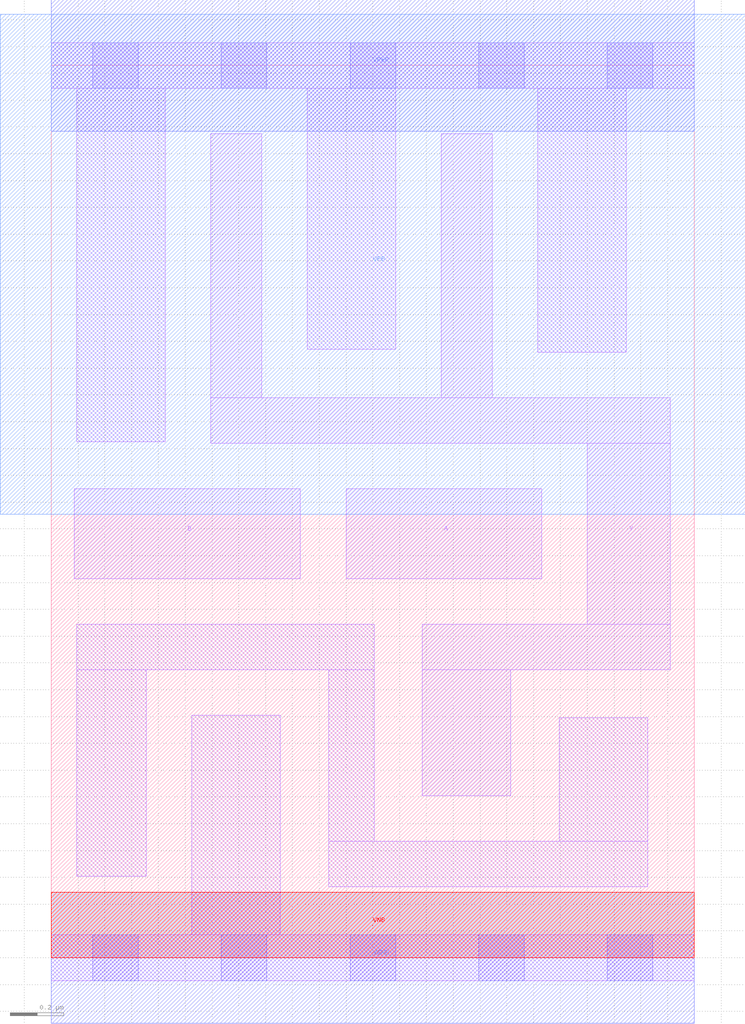
<source format=lef>
# Copyright 2020 The SkyWater PDK Authors
#
# Licensed under the Apache License, Version 2.0 (the "License");
# you may not use this file except in compliance with the License.
# You may obtain a copy of the License at
#
#     https://www.apache.org/licenses/LICENSE-2.0
#
# Unless required by applicable law or agreed to in writing, software
# distributed under the License is distributed on an "AS IS" BASIS,
# WITHOUT WARRANTIES OR CONDITIONS OF ANY KIND, either express or implied.
# See the License for the specific language governing permissions and
# limitations under the License.
#
# SPDX-License-Identifier: Apache-2.0

VERSION 5.7 ;
  NOWIREEXTENSIONATPIN ON ;
  DIVIDERCHAR "/" ;
  BUSBITCHARS "[]" ;
MACRO sky130_fd_sc_lp__nand2_2
  CLASS CORE ;
  FOREIGN sky130_fd_sc_lp__nand2_2 ;
  ORIGIN  0.000000  0.000000 ;
  SIZE  2.400000 BY  3.330000 ;
  SYMMETRY X Y R90 ;
  SITE unit ;
  PIN A
    ANTENNAGATEAREA  0.630000 ;
    DIRECTION INPUT ;
    USE SIGNAL ;
    PORT
      LAYER li1 ;
        RECT 1.100000 1.415000 1.830000 1.750000 ;
    END
  END A
  PIN B
    ANTENNAGATEAREA  0.630000 ;
    DIRECTION INPUT ;
    USE SIGNAL ;
    PORT
      LAYER li1 ;
        RECT 0.085000 1.415000 0.930000 1.750000 ;
    END
  END B
  PIN Y
    ANTENNADIFFAREA  0.940800 ;
    DIRECTION OUTPUT ;
    USE SIGNAL ;
    PORT
      LAYER li1 ;
        RECT 0.595000 1.920000 2.310000 2.090000 ;
        RECT 0.595000 2.090000 0.785000 3.075000 ;
        RECT 1.385000 0.605000 1.715000 1.075000 ;
        RECT 1.385000 1.075000 2.310000 1.245000 ;
        RECT 1.455000 2.090000 1.645000 3.075000 ;
        RECT 2.000000 1.245000 2.310000 1.920000 ;
    END
  END Y
  PIN VGND
    DIRECTION INOUT ;
    USE GROUND ;
    PORT
      LAYER met1 ;
        RECT 0.000000 -0.245000 2.400000 0.245000 ;
    END
  END VGND
  PIN VNB
    DIRECTION INOUT ;
    USE GROUND ;
    PORT
      LAYER pwell ;
        RECT 0.000000 0.000000 2.400000 0.245000 ;
    END
  END VNB
  PIN VPB
    DIRECTION INOUT ;
    USE POWER ;
    PORT
      LAYER nwell ;
        RECT -0.190000 1.655000 2.590000 3.520000 ;
    END
  END VPB
  PIN VPWR
    DIRECTION INOUT ;
    USE POWER ;
    PORT
      LAYER met1 ;
        RECT 0.000000 3.085000 2.400000 3.575000 ;
    END
  END VPWR
  OBS
    LAYER li1 ;
      RECT 0.000000 -0.085000 2.400000 0.085000 ;
      RECT 0.000000  3.245000 2.400000 3.415000 ;
      RECT 0.095000  0.305000 0.355000 1.075000 ;
      RECT 0.095000  1.075000 1.205000 1.245000 ;
      RECT 0.095000  1.925000 0.425000 3.245000 ;
      RECT 0.525000  0.085000 0.855000 0.905000 ;
      RECT 0.955000  2.270000 1.285000 3.245000 ;
      RECT 1.035000  0.265000 2.225000 0.435000 ;
      RECT 1.035000  0.435000 1.205000 1.075000 ;
      RECT 1.815000  2.260000 2.145000 3.245000 ;
      RECT 1.895000  0.435000 2.225000 0.895000 ;
    LAYER mcon ;
      RECT 0.155000 -0.085000 0.325000 0.085000 ;
      RECT 0.155000  3.245000 0.325000 3.415000 ;
      RECT 0.635000 -0.085000 0.805000 0.085000 ;
      RECT 0.635000  3.245000 0.805000 3.415000 ;
      RECT 1.115000 -0.085000 1.285000 0.085000 ;
      RECT 1.115000  3.245000 1.285000 3.415000 ;
      RECT 1.595000 -0.085000 1.765000 0.085000 ;
      RECT 1.595000  3.245000 1.765000 3.415000 ;
      RECT 2.075000 -0.085000 2.245000 0.085000 ;
      RECT 2.075000  3.245000 2.245000 3.415000 ;
  END
END sky130_fd_sc_lp__nand2_2
END LIBRARY

</source>
